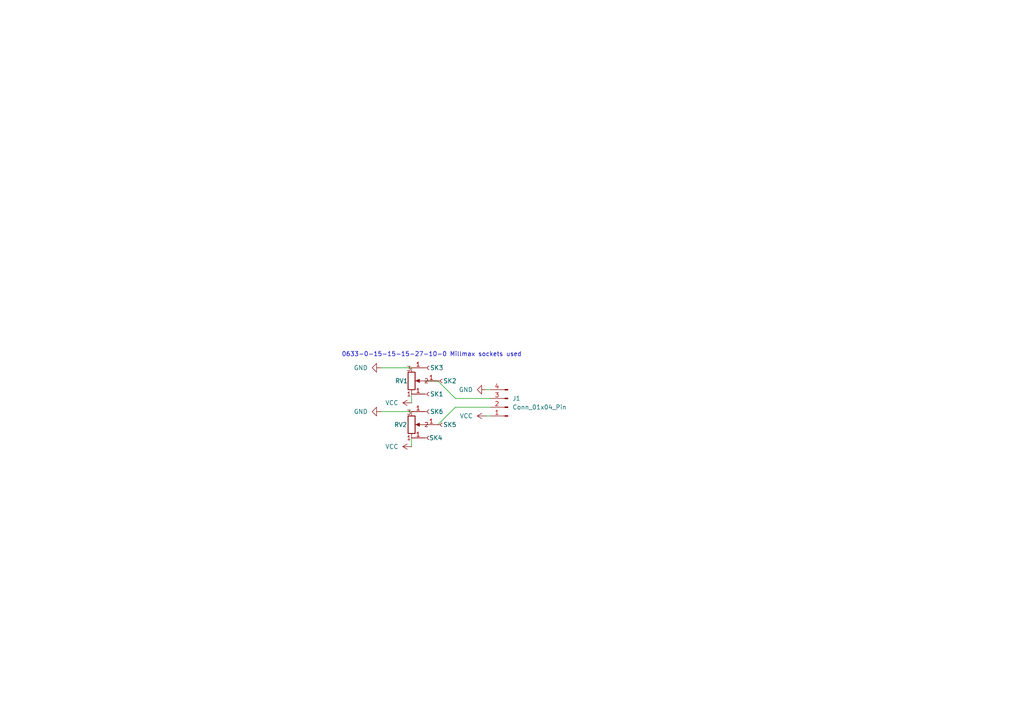
<source format=kicad_sch>
(kicad_sch (version 20231120) (generator "eeschema") (generator_version "8.0")
  (paper "A4")
  (lib_symbols
    (symbol "Connector:Conn_01x01_Socket" (pin_names (offset 1.016) hide)
      (property "Reference" "J" (at 0 2.54 0))
      (property "Value" "Conn_01x01_Socket" (at 0 -2.54 0))
      (symbol "Conn_01x01_Socket_1_1"
        (polyline (pts (xy -1.27 0) (xy -0.508 0)) (stroke (width 0.1524)))
        (arc (start 0 0.508) (mid -0.5058 0) (end 0 -0.508) (stroke (width 0.1524)))
        (pin passive line (at -5.08 0 0) (length 3.81) (name "Pin_1") (number "1"))
      )
    )
    (symbol "Connector:Conn_01x04_Pin" (pin_names (offset 1.016) hide)
      (property "Reference" "J" (at 0 5.08 0))
      (property "Value" "Conn_01x04_Pin" (at 0 -7.62 0))
      (symbol "Conn_01x04_Pin_1_1"
        (polyline (pts (xy 1.27 -5.08) (xy 0.8636 -5.08)) (stroke (width 0.1524)))
        (polyline (pts (xy 1.27 -2.54) (xy 0.8636 -2.54)) (stroke (width 0.1524)))
        (polyline (pts (xy 1.27 0) (xy 0.8636 0)) (stroke (width 0.1524)))
        (polyline (pts (xy 1.27 2.54) (xy 0.8636 2.54)) (stroke (width 0.1524)))
        (rectangle (start 0.8636 -4.953) (end 0 -5.207) (stroke (width 0.1524)) (fill (type outline)))
        (rectangle (start 0.8636 -2.413) (end 0 -2.667) (stroke (width 0.1524)) (fill (type outline)))
        (rectangle (start 0.8636 0.127) (end 0 -0.127) (stroke (width 0.1524)) (fill (type outline)))
        (rectangle (start 0.8636 2.667) (end 0 2.413) (stroke (width 0.1524)) (fill (type outline)))
        (pin passive line (at 5.08 2.54 180) (length 3.81) (name "Pin_1") (number "1"))
        (pin passive line (at 5.08 0 180) (length 3.81) (name "Pin_2") (number "2"))
        (pin passive line (at 5.08 -2.54 180) (length 3.81) (name "Pin_3") (number "3"))
        (pin passive line (at 5.08 -5.08 180) (length 3.81) (name "Pin_4") (number "4"))
      )
    )
    (symbol "hhl:Slider_GCC-Gamecube_SolderInsert" (pin_names (offset 1.016) hide)
      (property "Reference" "RV" (at -2.286 0 90))
      (property "Value" "Slider_GCC-Gamecube_SolderInsert" (at 0 13.716 0))
      (symbol "Slider_GCC-Gamecube_SolderInsert_0_1"
        (rectangle (start -1.016 2.54) (end 1.016 -2.54) (stroke (width 0.254)))
        (polyline (pts (xy 0 -3.81) (xy 0 -2.54)))
        (polyline (pts (xy 0 2.54) (xy 0 3.81)))
        (polyline (pts (xy 3.81 0) (xy 1.524 0)))
        (polyline (pts (xy 1.143 0) (xy 2.286 0.508) (xy 2.286 -0.508)) (fill (type outline)))
      )
      (symbol "Slider_GCC-Gamecube_SolderInsert_1_1"
        (text "1" (at -0.762 -3.81 0) (effects (font (size 1.27 1.27))))
        (text "2" (at 4.318 0 0) (effects (font (size 1.27 1.27))))
        (text "3" (at -0.762 3.556 0) (effects (font (size 1.27 1.27))))
      )
    )
    (symbol "power:GND" (power) (pin_numbers hide) (pin_names (offset 0) hide)
      (property "Value" "GND" (at 0 -3.81 0))
      (symbol "GND_0_1"
        (polyline (pts (xy 0 0) (xy 0 -1.27) (xy 1.27 -1.27) (xy 0 -2.54) (xy -1.27 -1.27) (xy 0 -1.27)))
      )
      (symbol "GND_1_1"
        (pin power_in line (at 0 0 270) (length 0) (name "~") (number "1"))
      )
    )
    (symbol "power:VCC" (power) (pin_numbers hide) (pin_names (offset 0) hide)
      (property "Value" "VCC" (at 0 3.556 0))
      (symbol "VCC_0_1"
        (polyline (pts (xy -0.762 1.27) (xy 0 2.54)))
        (polyline (pts (xy 0 0) (xy 0 2.54)))
        (polyline (pts (xy 0 2.54) (xy 0.762 1.27)))
      )
      (symbol "VCC_1_1"
        (pin power_in line (at 0 0 90) (length 0) (name "~") (number "1"))
      )
    )
  )
  (wire (pts (xy 119.38 114.3) (xy 119.38 116.84)))
  (wire (pts (xy 127 123.19) (xy 132.08 118.11)))
  (wire (pts (xy 110.49 106.68) (xy 119.38 106.68)))
  (wire (pts (xy 123.19 123.19) (xy 127 123.19)))
  (wire (pts (xy 142.24 115.57) (xy 132.08 115.57)))
  (wire (pts (xy 119.38 127) (xy 119.38 129.54)))
  (wire (pts (xy 132.08 118.11) (xy 142.24 118.11)))
  (wire (pts (xy 140.97 120.65) (xy 142.24 120.65)))
  (wire (pts (xy 110.49 119.38) (xy 119.38 119.38)))
  (wire (pts (xy 140.97 113.03) (xy 142.24 113.03)))
  (wire (pts (xy 127 110.49) (xy 132.08 115.57)))
  (wire (pts (xy 123.19 110.49) (xy 127 110.49)))
  (text "0633-0-15-15-15-27-10-0 Millmax sockets used\n" (at 125.222 102.87 0) (effects (font (size 1.27 1.27))))
  (symbol (lib_id "Connector:Conn_01x01_Socket") (at 124.46 106.68 0) (unit 1)
    (property "Reference" "SK3" (at 124.714 106.68 0) (effects (justify left)))
    (property "Value" "Conn_01x01_Socket" (effects (hide yes)))
    (property "Footprint" "hhl:4015-0-43-80-30-27-10-0" (effects (hide yes)))
    (property "Description" "Generic connector, single row, 01x01, script generated" (effects (hide yes)))
    (property "MPN" "4015-0-43-80-30-27-10-0" (effects (hide yes)))
  )
  (symbol (lib_id "power:VCC") (at 119.38 116.84 90) (unit 1)
    (property "Reference" "#PWR04" (effects (hide yes)))
    (property "Value" "VCC" (at 115.57 116.8399 90) (effects (justify left)))
    (property "Description" "Power symbol creates a global label with name \"VCC\"" (effects (hide yes)))
  )
  (symbol (lib_id "Connector:Conn_01x01_Socket") (at 124.46 114.3 0) (unit 1)
    (property "Reference" "SK1" (at 124.714 114.3 0) (effects (justify left)))
    (property "Value" "Conn_01x01_Socket" (effects (hide yes)))
    (property "Footprint" "hhl:4015-0-43-80-30-27-10-0" (effects (hide yes)))
    (property "Description" "Generic connector, single row, 01x01, script generated" (effects (hide yes)))
    (property "MPN" "4015-0-43-80-30-27-10-0" (effects (hide yes)))
  )
  (symbol (lib_id "Connector:Conn_01x04_Pin") (at 147.32 118.11 180) (unit 1)
    (property "Reference" "J1" (at 148.59 115.5699 0) (effects (justify right)))
    (property "Value" "Conn_01x04_Pin" (at 148.59 118.1099 0) (effects (justify right)))
    (property "Footprint" "Connector_JST:JST_EH_B4B-EH-A_1x04_P2.50mm_Vertical" (effects (hide yes)))
    (property "Description" "Generic connector, single row, 01x04, script generated" (effects (hide yes)))
  )
  (symbol (lib_id "hhl:Slider_GCC-Gamecube_SolderInsert") (at 119.38 123.19 0) (unit 1)
    (property "Reference" "RV2" (at 114.3 123.19 0) (effects (justify left)))
    (property "Value" "Slider_GCC-Gamecube_SolderInsert" (effects (hide yes)))
    (property "Footprint" "hhl:GCC_Slider_MillMaxSocketed" (effects (hide yes)))
    (property "Price" "0.2624" (effects (hide yes)))
    (property "MPN" "RD7091008A" (effects (hide yes)))
  )
  (symbol (lib_id "power:VCC") (at 140.97 120.65 90) (unit 1)
    (property "Reference" "#PWR02" (effects (hide yes)))
    (property "Value" "VCC" (at 137.16 120.6499 90) (effects (justify left)))
    (property "Description" "Power symbol creates a global label with name \"VCC\"" (effects (hide yes)))
  )
  (symbol (lib_id "hhl:Slider_GCC-Gamecube_SolderInsert") (at 119.38 110.49 0) (unit 1)
    (property "Reference" "RV1" (at 114.554 110.49 0) (effects (justify left)))
    (property "Value" "Slider_GCC-Gamecube_SolderInsert" (effects (hide yes)))
    (property "Footprint" "hhl:GCC_Slider_MillMaxSocketed" (effects (hide yes)))
    (property "Price" "0.2624" (effects (hide yes)))
    (property "MPN" "RD7091008A" (effects (hide yes)))
  )
  (symbol (lib_id "Connector:Conn_01x01_Socket") (at 128.27 123.19 0) (unit 1)
    (property "Reference" "SK5" (at 128.524 123.19 0) (effects (justify left)))
    (property "Value" "Conn_01x01_Socket" (effects (hide yes)))
    (property "Footprint" "hhl:4015-0-43-80-30-27-10-0" (effects (hide yes)))
    (property "Description" "Generic connector, single row, 01x01, script generated" (effects (hide yes)))
    (property "MPN" "4015-0-43-80-30-27-10-0" (effects (hide yes)))
  )
  (symbol (lib_id "power:GND") (at 140.97 113.03 270) (unit 1)
    (property "Reference" "#PWR01" (effects (hide yes)))
    (property "Value" "GND" (at 137.16 113.0299 90) (effects (justify right)))
    (property "Description" "Power symbol creates a global label with name \"GND\" , ground" (effects (hide yes)))
  )
  (symbol (lib_id "Connector:Conn_01x01_Socket") (at 124.46 127 0) (unit 1)
    (property "Reference" "SK4" (at 124.46 127 0) (effects (justify left)))
    (property "Value" "Conn_01x01_Socket" (effects (hide yes)))
    (property "Footprint" "hhl:4015-0-43-80-30-27-10-0" (effects (hide yes)))
    (property "Description" "Generic connector, single row, 01x01, script generated" (effects (hide yes)))
    (property "MPN" "4015-0-43-80-30-27-10-0" (effects (hide yes)))
  )
  (symbol (lib_id "power:GND") (at 110.49 106.68 270) (unit 1)
    (property "Reference" "#PWR06" (effects (hide yes)))
    (property "Value" "GND" (at 106.68 106.6799 90) (effects (justify right)))
    (property "Description" "Power symbol creates a global label with name \"GND\" , ground" (effects (hide yes)))
  )
  (symbol (lib_id "power:GND") (at 110.49 119.38 270) (unit 1)
    (property "Reference" "#PWR05" (effects (hide yes)))
    (property "Value" "GND" (at 106.68 119.3799 90) (effects (justify right)))
    (property "Description" "Power symbol creates a global label with name \"GND\" , ground" (effects (hide yes)))
  )
  (symbol (lib_id "power:VCC") (at 119.38 129.54 90) (unit 1)
    (property "Reference" "#PWR03" (effects (hide yes)))
    (property "Value" "VCC" (at 115.57 129.5399 90) (effects (justify left)))
    (property "Description" "Power symbol creates a global label with name \"VCC\"" (effects (hide yes)))
  )
  (symbol (lib_id "Connector:Conn_01x01_Socket") (at 124.46 119.38 0) (unit 1)
    (property "Reference" "SK6" (at 124.714 119.38 0) (effects (justify left)))
    (property "Value" "Conn_01x01_Socket" (effects (hide yes)))
    (property "Footprint" "hhl:4015-0-43-80-30-27-10-0" (effects (hide yes)))
    (property "Description" "Generic connector, single row, 01x01, script generated" (effects (hide yes)))
    (property "MPN" "4015-0-43-80-30-27-10-0" (effects (hide yes)))
  )
  (symbol (lib_id "Connector:Conn_01x01_Socket") (at 128.27 110.49 0) (unit 1)
    (property "Reference" "SK2" (at 128.524 110.49 0) (effects (justify left)))
    (property "Value" "Conn_01x01_Socket" (effects (hide yes)))
    (property "Footprint" "hhl:4015-0-43-80-30-27-10-0" (effects (hide yes)))
    (property "Description" "Generic connector, single row, 01x01, script generated" (effects (hide yes)))
    (property "MPN" "4015-0-43-80-30-27-10-0" (effects (hide yes)))
  )
)
</source>
